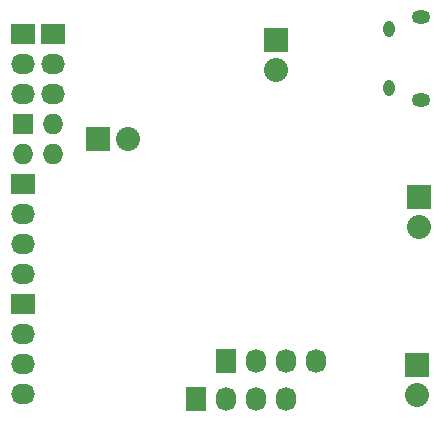
<source format=gbr>
G04 #@! TF.FileFunction,Soldermask,Bot*
%FSLAX46Y46*%
G04 Gerber Fmt 4.6, Leading zero omitted, Abs format (unit mm)*
G04 Created by KiCad (PCBNEW 4.0.4-stable) date 05/08/17 18:06:20*
%MOMM*%
%LPD*%
G01*
G04 APERTURE LIST*
%ADD10C,0.100000*%
%ADD11O,0.950000X1.400000*%
%ADD12O,1.550000X1.200000*%
%ADD13R,1.727200X2.032000*%
%ADD14O,1.727200X2.032000*%
%ADD15R,2.032000X1.727200*%
%ADD16O,2.032000X1.727200*%
%ADD17R,1.727200X1.727200*%
%ADD18O,1.727200X1.727200*%
%ADD19R,2.032000X2.032000*%
%ADD20O,2.032000X2.032000*%
G04 APERTURE END LIST*
D10*
D11*
X102132960Y-106196400D03*
X102132960Y-101196400D03*
D12*
X104832960Y-107196400D03*
X104832960Y-100196400D03*
D13*
X88328500Y-129349500D03*
D14*
X90868500Y-129349500D03*
X93408500Y-129349500D03*
X95948500Y-129349500D03*
D15*
X71120000Y-114300000D03*
D16*
X71120000Y-116840000D03*
X71120000Y-119380000D03*
X71120000Y-121920000D03*
D17*
X71120000Y-109220000D03*
D18*
X73660000Y-109220000D03*
X71120000Y-111760000D03*
X73660000Y-111760000D03*
D13*
X85788500Y-132524500D03*
D14*
X88328500Y-132524500D03*
X90868500Y-132524500D03*
X93408500Y-132524500D03*
D15*
X71120000Y-124460000D03*
D16*
X71120000Y-127000000D03*
X71120000Y-129540000D03*
X71120000Y-132080000D03*
D19*
X77470000Y-110490000D03*
D20*
X80010000Y-110490000D03*
D19*
X104470200Y-129616200D03*
D20*
X104470200Y-132156200D03*
D15*
X71069200Y-101587300D03*
D16*
X71069200Y-104127300D03*
X71069200Y-106667300D03*
D15*
X73660000Y-101600000D03*
D16*
X73660000Y-104140000D03*
X73660000Y-106680000D03*
D19*
X104597200Y-115392200D03*
D20*
X104597200Y-117932200D03*
D19*
X92519500Y-102171500D03*
D20*
X92519500Y-104711500D03*
M02*

</source>
